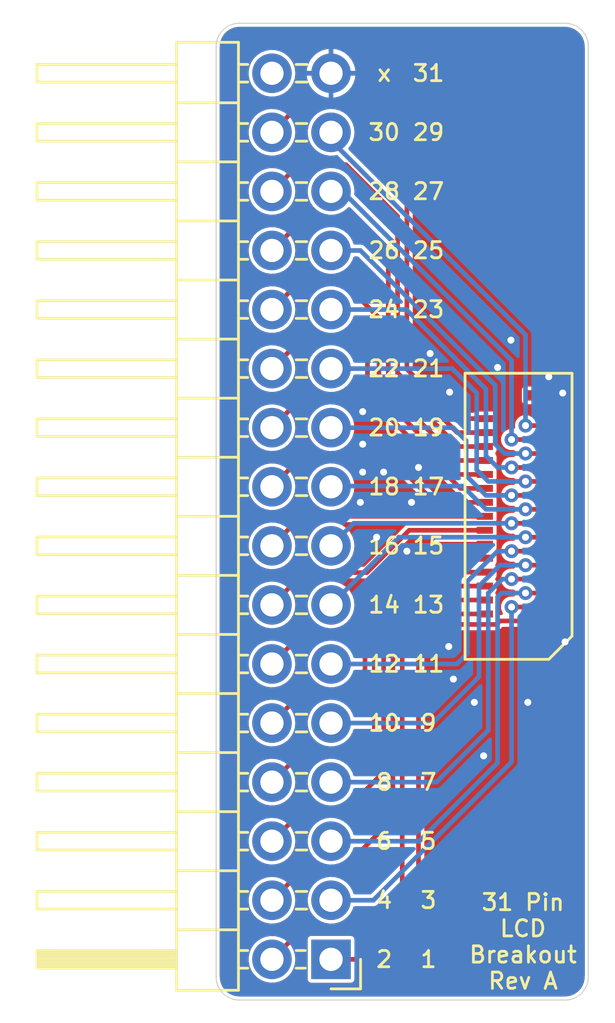
<source format=kicad_pcb>
(kicad_pcb (version 20210126) (generator pcbnew)
  (layers (0 "F.Cu" signal) (31 "B.Cu" signal) (34 "B.Paste" user) (35 "F.Paste" user) (36 "B.SilkS" user "B.Silkscreen") (37 "F.SilkS" user "F.Silkscreen") (38 "B.Mask" user) (39 "F.Mask" user) (44 "Edge.Cuts" user))
  (net 0 "")
  (net 1 "no_connect_32")
  (net 2 "/LCD_PIN31")
  (net 3 "/LCD_PIN30")
  (net 4 "/LCD_PIN29")
  (net 5 "/LCD_PIN28")
  (net 6 "/LCD_PIN27")
  (net 7 "/LCD_PIN26")
  (net 8 "/LCD_PIN25")
  (net 9 "/LCD_PIN24")
  (net 10 "/LCD_PIN23")
  (net 11 "/LCD_PIN22")
  (net 12 "/LCD_PIN21")
  (net 13 "/LCD_PIN20")
  (net 14 "/LCD_PIN19")
  (net 15 "/LCD_PIN18")
  (net 16 "/LCD_PIN17")
  (net 17 "/LCD_PIN16")
  (net 18 "/LCD_PIN15")
  (net 19 "/LCD_PIN14")
  (net 20 "/LCD_PIN13")
  (net 21 "/LCD_PIN12")
  (net 22 "/LCD_PIN11")
  (net 23 "/LCD_PIN10")
  (net 24 "/LCD_PIN9")
  (net 25 "/LCD_PIN8")
  (net 26 "/LCD_PIN7")
  (net 27 "/LCD_PIN6")
  (net 28 "/LCD_PIN5")
  (net 29 "/LCD_PIN4")
  (net 30 "/LCD_PIN3")
  (net 31 "/LCD_PIN2")
  (net 32 "/LCD_PIN1")
  (footprint "Connector_PinHeader_2.54mm:PinHeader_2x16_P2.54mm_Horizontal" (layer "F.Cu") (at 146.939 95.25 180)
    (fp_text reference "J1" hide)
    (fp_text value "Conn_02x16_Odd_Even")
    (fp_line (start 3.582929 22.48) (end 3.98 22.48) (layer "F.SilkS") (width 0.12))
    (fp_line (start 1.11 0.38) (end 1.497071 0.38) (layer "F.SilkS") (width 0.12))
    (fp_line (start 1.042929 33.4) (end 1.497071 33.4) (layer "F.SilkS") (width 0.12))
    (fp_line (start 6.64 30.1) (end 12.64 30.1) (layer "F.SilkS") (width 0.12))
    (fp_line (start 1.042929 22.48) (end 1.497071 22.48) (layer "F.SilkS") (width 0.12))
    (fp_line (start 3.582929 27.56) (end 3.98 27.56) (layer "F.SilkS") (width 0.12))
    (fp_line (start 3.582929 23.24) (end 3.98 23.24) (layer "F.SilkS") (width 0.12))
    (fp_line (start 3.582929 7.24) (end 3.98 7.24) (layer "F.SilkS") (width 0.12))
    (fp_line (start 1.042929 28.32) (end 1.497071 28.32) (layer "F.SilkS") (width 0.12))
    (fp_line (start 12.64 7.24) (end 12.64 8) (layer "F.SilkS") (width 0.12))
    (fp_line (start 1.042929 32.64) (end 1.497071 32.64) (layer "F.SilkS") (width 0.12))
    (fp_line (start 6.64 22.48) (end 12.64 22.48) (layer "F.SilkS") (width 0.12))
    (fp_line (start 3.582929 12.32) (end 3.98 12.32) (layer "F.SilkS") (width 0.12))
    (fp_line (start 3.582929 25.78) (end 3.98 25.78) (layer "F.SilkS") (width 0.12))
    (fp_line (start 6.64 27.56) (end 12.64 27.56) (layer "F.SilkS") (width 0.12))
    (fp_line (start 12.64 2.16) (end 12.64 2.92) (layer "F.SilkS") (width 0.12))
    (fp_line (start 6.64 0.28) (end 12.64 0.28) (layer "F.SilkS") (width 0.12))
    (fp_line (start 1.042929 35.94) (end 1.497071 35.94) (layer "F.SilkS") (width 0.12))
    (fp_line (start 6.64 39.43) (end 6.64 -1.33) (layer "F.SilkS") (width 0.12))
    (fp_line (start 12.64 35.94) (end 6.64 35.94) (layer "F.SilkS") (width 0.12))
    (fp_line (start 3.98 13.97) (end 6.64 13.97) (layer "F.SilkS") (width 0.12))
    (fp_line (start 12.64 28.32) (end 6.64 28.32) (layer "F.SilkS") (width 0.12))
    (fp_line (start 3.582929 2.92) (end 3.98 2.92) (layer "F.SilkS") (width 0.12))
    (fp_line (start 12.64 2.92) (end 6.64 2.92) (layer "F.SilkS") (width 0.12))
    (fp_line (start 12.64 30.86) (end 6.64 30.86) (layer "F.SilkS") (width 0.12))
    (fp_line (start 12.64 38.48) (end 6.64 38.48) (layer "F.SilkS") (width 0.12))
    (fp_line (start 6.64 2.16) (end 12.64 2.16) (layer "F.SilkS") (width 0.12))
    (fp_line (start 1.042929 17.4) (end 1.497071 17.4) (layer "F.SilkS") (width 0.12))
    (fp_line (start 3.98 1.27) (end 6.64 1.27) (layer "F.SilkS") (width 0.12))
    (fp_line (start 12.64 25.02) (end 12.64 25.78) (layer "F.SilkS") (width 0.12))
    (fp_line (start 3.582929 35.18) (end 3.98 35.18) (layer "F.SilkS") (width 0.12))
    (fp_line (start 3.582929 32.64) (end 3.98 32.64) (layer "F.SilkS") (width 0.12))
    (fp_line (start 1.042929 38.48) (end 1.497071 38.48) (layer "F.SilkS") (width 0.12))
    (fp_line (start 3.582929 14.86) (end 3.98 14.86) (layer "F.SilkS") (width 0.12))
    (fp_line (start 3.582929 19.94) (end 3.98 19.94) (layer "F.SilkS") (width 0.12))
    (fp_line (start 3.98 39.43) (end 6.64 39.43) (layer "F.SilkS") (width 0.12))
    (fp_line (start 6.64 19.94) (end 12.64 19.94) (layer "F.SilkS") (width 0.12))
    (fp_line (start 1.042929 23.24) (end 1.497071 23.24) (layer "F.SilkS") (width 0.12))
    (fp_line (start 3.98 24.13) (end 6.64 24.13) (layer "F.SilkS") (width 0.12))
    (fp_line (start 1.11 -0.38) (end 1.497071 -0.38) (layer "F.SilkS") (width 0.12))
    (fp_line (start 12.64 35.18) (end 12.64 35.94) (layer "F.SilkS") (width 0.12))
    (fp_line (start 3.98 34.29) (end 6.64 34.29) (layer "F.SilkS") (width 0.12))
    (fp_line (start 3.582929 30.1) (end 3.98 30.1) (layer "F.SilkS") (width 0.12))
    (fp_line (start 3.98 3.81) (end 6.64 3.81) (layer "F.SilkS") (width 0.12))
    (fp_line (start 6.64 -0.08) (end 12.64 -0.08) (layer "F.SilkS") (width 0.12))
    (fp_line (start 3.582929 25.02) (end 3.98 25.02) (layer "F.SilkS") (width 0.12))
    (fp_line (start 3.582929 4.7) (end 3.98 4.7) (layer "F.SilkS") (width 0.12))
    (fp_line (start 12.64 5.46) (end 6.64 5.46) (layer "F.SilkS") (width 0.12))
    (fp_line (start 3.582929 38.48) (end 3.98 38.48) (layer "F.SilkS") (width 0.12))
    (fp_line (start 1.042929 9.78) (end 1.497071 9.78) (layer "F.SilkS") (width 0.12))
    (fp_line (start 12.64 0.38) (end 6.64 0.38) (layer "F.SilkS") (width 0.12))
    (fp_line (start 3.582929 15.62) (end 3.98 15.62) (layer "F.SilkS") (width 0.12))
    (fp_line (start 1.042929 13.08) (end 1.497071 13.08) (layer "F.SilkS") (width 0.12))
    (fp_line (start 12.64 19.94) (end 12.64 20.7) (layer "F.SilkS") (width 0.12))
    (fp_line (start 6.64 -1.33) (end 3.98 -1.33) (layer "F.SilkS") (width 0.12))
    (fp_line (start 3.98 36.83) (end 6.64 36.83) (layer "F.SilkS") (width 0.12))
    (fp_line (start 12.64 27.56) (end 12.64 28.32) (layer "F.SilkS") (width 0.12))
    (fp_line (start 3.98 16.51) (end 6.64 16.51) (layer "F.SilkS") (width 0.12))
    (fp_line (start 6.64 7.24) (end 12.64 7.24) (layer "F.SilkS") (width 0.12))
    (fp_line (start -1.27 0) (end -1.27 -1.27) (layer "F.SilkS") (width 0.12))
    (fp_line (start 6.64 4.7) (end 12.64 4.7) (layer "F.SilkS") (width 0.12))
    (fp_line (start 1.042929 8) (end 1.497071 8) (layer "F.SilkS") (width 0.12))
    (fp_line (start 12.64 -0.38) (end 12.64 0.38) (layer "F.SilkS") (width 0.12))
    (fp_line (start 6.64 32.64) (end 12.64 32.64) (layer "F.SilkS") (width 0.12))
    (fp_line (start 3.98 6.35) (end 6.64 6.35) (layer "F.SilkS") (width 0.12))
    (fp_line (start 1.042929 19.94) (end 1.497071 19.94) (layer "F.SilkS") (width 0.12))
    (fp_line (start 1.042929 30.1) (end 1.497071 30.1) (layer "F.SilkS") (width 0.12))
    (fp_line (start 12.64 4.7) (end 12.64 5.46) (layer "F.SilkS") (width 0.12))
    (fp_line (start 1.042929 10.54) (end 1.497071 10.54) (layer "F.SilkS") (width 0.12))
    (fp_line (start 6.64 17.4) (end 12.64 17.4) (layer "F.SilkS") (width 0.12))
    (fp_line (start -1.27 -1.27) (end 0 -1.27) (layer "F.SilkS") (width 0.12))
    (fp_line (start 3.98 -1.33) (end 3.98 39.43) (layer "F.SilkS") (width 0.12))
    (fp_line (start 12.64 13.08) (end 6.64 13.08) (layer "F.SilkS") (width 0.12))
    (fp_line (start 12.64 15.62) (end 6.64 15.62) (layer "F.SilkS") (width 0.12))
    (fp_line (start 3.98 31.75) (end 6.64 31.75) (layer "F.SilkS") (width 0.12))
    (fp_line (start 3.582929 28.32) (end 3.98 28.32) (layer "F.SilkS") (width 0.12))
    (fp_line (start 12.64 37.72) (end 12.64 38.48) (layer "F.SilkS") (width 0.12))
    (fp_line (start 12.64 18.16) (end 6.64 18.16) (layer "F.SilkS") (width 0.12))
    (fp_line (start 6.64 35.18) (end 12.64 35.18) (layer "F.SilkS") (width 0.12))
    (fp_line (start 1.042929 7.24) (end 1.497071 7.24) (layer "F.SilkS") (width 0.12))
    (fp_line (start 3.98 11.43) (end 6.64 11.43) (layer "F.SilkS") (width 0.12))
    (fp_line (start 6.64 0.16) (end 12.64 0.16) (layer "F.SilkS") (width 0.12))
    (fp_line (start 1.042929 27.56) (end 1.497071 27.56) (layer "F.SilkS") (width 0.12))
    (fp_line (start 12.64 14.86) (end 12.64 15.62) (layer "F.SilkS") (width 0.12))
    (fp_line (start 12.64 22.48) (end 12.64 23.24) (layer "F.SilkS") (width 0.12))
    (fp_line (start 3.582929 33.4) (end 3.98 33.4) (layer "F.SilkS") (width 0.12))
    (fp_line (start 3.582929 5.46) (end 3.98 5.46) (layer "F.SilkS") (width 0.12))
    (fp_line (start 3.98 19.05) (end 6.64 19.05) (layer "F.SilkS") (width 0.12))
    (fp_line (start 3.98 26.67) (end 6.64 26.67) (layer "F.SilkS") (width 0.12))
    (fp_line (start 1.042929 4.7) (end 1.497071 4.7) (layer "F.SilkS") (width 0.12))
    (fp_line (start 12.64 12.32) (end 12.64 13.08) (layer "F.SilkS") (width 0.12))
    (fp_line (start 12.64 23.24) (end 6.64 23.24) (layer "F.SilkS") (width 0.12))
    (fp_line (start 1.042929 14.86) (end 1.497071 14.86) (layer "F.SilkS") (width 0.12))
    (fp_line (start 3.582929 20.7) (end 3.98 20.7) (layer "F.SilkS") (width 0.12))
    (fp_line (start 1.042929 15.62) (end 1.497071 15.62) (layer "F.SilkS") (width 0.12))
    (fp_line (start 1.042929 20.7) (end 1.497071 20.7) (layer "F.SilkS") (width 0.12))
    (fp_line (start 12.64 17.4) (end 12.64 18.16) (layer "F.SilkS") (width 0.12))
    (fp_line (start 1.042929 37.72) (end 1.497071 37.72) (layer "F.SilkS") (width 0.12))
    (fp_line (start 12.64 25.78) (end 6.64 25.78) (layer "F.SilkS") (width 0.12))
    (fp_line (start 6.64 12.32) (end 12.64 12.32) (layer "F.SilkS") (width 0.12))
    (fp_line (start 3.582929 17.4) (end 3.98 17.4) (layer "F.SilkS") (width 0.12))
    (fp_line (start 12.64 33.4) (end 6.64 33.4) (layer "F.SilkS") (width 0.12))
    (fp_line (start 1.042929 5.46) (end 1.497071 5.46) (layer "F.SilkS") (width 0.12))
    (fp_line (start 6.64 -0.32) (end 12.64 -0.32) (layer "F.SilkS") (width 0.12))
    (fp_line (start 3.582929 9.78) (end 3.98 9.78) (layer "F.SilkS") (width 0.12))
    (fp_line (start 3.582929 13.08) (end 3.98 13.08) (layer "F.SilkS") (width 0.12))
    (fp_line (start 3.582929 2.16) (end 3.98 2.16) (layer "F.SilkS") (width 0.12))
    (fp_line (start 3.582929 8) (end 3.98 8) (layer "F.SilkS") (width 0.12))
    (fp_line (start 3.582929 37.72) (end 3.98 37.72) (layer "F.SilkS") (width 0.12))
    (fp_line (start 1.042929 25.78) (end 1.497071 25.78) (layer "F.SilkS") (width 0.12))
    (fp_line (start 6.64 -0.2) (end 12.64 -0.2) (layer "F.SilkS") (width 0.12))
    (fp_line (start 12.64 30.1) (end 12.64 30.86) (layer "F.SilkS") (width 0.12))
    (fp_line (start 3.582929 0.38) (end 3.98 0.38) (layer "F.SilkS") (width 0.12))
    (fp_line (start 1.042929 2.16) (end 1.497071 2.16) (layer "F.SilkS") (width 0.12))
    (fp_line (start 1.042929 18.16) (end 1.497071 18.16) (layer "F.SilkS") (width 0.12))
    (fp_line (start 6.64 25.02) (end 12.64 25.02) (layer "F.SilkS") (width 0.12))
    (fp_line (start 6.64 14.86) (end 12.64 14.86) (layer "F.SilkS") (width 0.12))
    (fp_line (start 12.64 8) (end 6.64 8) (layer "F.SilkS") (width 0.12))
    (fp_line (start 1.042929 35.18) (end 1.497071 35.18) (layer "F.SilkS") (width 0.12))
    (fp_line (start 3.98 29.21) (end 6.64 29.21) (layer "F.SilkS") (width 0.12))
    (fp_line (start 1.042929 2.92) (end 1.497071 2.92) (layer "F.SilkS") (width 0.12))
    (fp_line (start 3.98 21.59) (end 6.64 21.59) (layer "F.SilkS") (width 0.12))
    (fp_line (start 3.582929 -0.38) (end 3.98 -0.38) (layer "F.SilkS") (width 0.12))
    (fp_line (start 3.582929 10.54) (end 3.98 10.54) (layer "F.SilkS") (width 0.12))
    (fp_line (start 3.582929 18.16) (end 3.98 18.16) (layer "F.SilkS") (width 0.12))
    (fp_line (start 6.64 37.72) (end 12.64 37.72) (layer "F.SilkS") (width 0.12))
    (fp_line (start 12.64 20.7) (end 6.64 20.7) (layer "F.SilkS") (width 0.12))
    (fp_line (start 1.042929 30.86) (end 1.497071 30.86) (layer "F.SilkS") (width 0.12))
    (fp_line (start 6.64 -0.38) (end 12.64 -0.38) (layer "F.SilkS") (width 0.12))
    (fp_line (start 3.98 8.89) (end 6.64 8.89) (layer "F.SilkS") (width 0.12))
    (fp_line (start 3.582929 35.94) (end 3.98 35.94) (layer "F.SilkS") (width 0.12))
    (fp_line (start 6.64 9.78) (end 12.64 9.78) (layer "F.SilkS") (width 0.12))
    (fp_line (start 12.64 32.64) (end 12.64 33.4) (layer "F.SilkS") (width 0.12))
    (fp_line (start 1.042929 25.02) (end 1.497071 25.02) (layer "F.SilkS") (width 0.12))
    (fp_line (start 6.64 0.04) (end 12.64 0.04) (layer "F.SilkS") (width 0.12))
    (fp_line (start 12.64 9.78) (end 12.64 10.54) (layer "F.SilkS") (width 0.12))
    (fp_line (start 12.64 10.54) (end 6.64 10.54) (layer "F.SilkS") (width 0.12))
    (fp_line (start 1.042929 12.32) (end 1.497071 12.32) (layer "F.SilkS") (width 0.12))
    (fp_line (start 3.582929 30.86) (end 3.98 30.86) (layer "F.SilkS") (width 0.12))
    (pad "1" thru_hole rect (at 0 0 180) (size 1.7 1.7) (drill 1) (layers *.Cu *.Mask) (net 32 "/LCD_PIN1"))
    (pad "2" thru_hole oval (at 2.54 0 180) (size 1.7 1.7) (drill 1) (layers *.Cu *.Mask) (net 31 "/LCD_PIN2"))
    (pad "3" thru_hole oval (at 0 2.54 180) (size 1.7 1.7) (drill 1) (layers *.Cu *.Mask) (net 30 "/LCD_PIN3"))
    (pad "4" thru_hole oval (at 2.54 2.54 180) (size 1.7 1.7) (drill 1) (layers *.Cu *.Mask) (net 29 "/LCD_PIN4"))
    (pad "5" thru_hole oval (at 0 5.08 180) (size 1.7 1.7) (drill 1) (layers *.Cu *.Mask) (net 28 "/LCD_PIN5"))
    (pad "6" thru_hole oval (at 2.54 5.08 180) (size 1.7 1.7) (drill 1) (layers *.Cu *.Mask) (net 27 "/LCD_PIN6"))
    (pad "7" thru_hole oval (at 0 7.62 180) (size 1.7 1.7) (drill 1) (layers *.Cu *.Mask) (net 26 "/LCD_PIN7"))
    (pad "8" thru_hole oval (at 2.54 7.62 180) (size 1.7 1.7) (drill 1) (layers *.Cu *.Mask) (net 25 "/LCD_PIN8"))
    (pad "9" thru_hole oval (at 0 10.16 180) (size 1.7 1.7) (drill 1) (layers *.Cu *.Mask) (net 24 "/LCD_PIN9"))
    (pad "10" thru_hole oval (at 2.54 10.16 180) (size 1.7 1.7) (drill 1) (layers *.Cu *.Mask) (net 23 "/LCD_PIN10"))
    (pad "11" thru_hole oval (at 0 12.7 180) (size 1.7 1.7) (drill 1) (layers *.Cu *.Mask) (net 22 "/LCD_PIN11"))
    (pad "12" thru_hole oval (at 2.54 12.7 180) (size 1.7 1.7) (drill 1) (layers *.Cu *.Mask) (net 21 "/LCD_PIN12"))
    (pad "13" thru_hole oval (at 0 15.24 180) (size 1.7 1.7) (drill 1) (layers *.Cu *.Mask) (net 20 "/LCD_PIN13"))
    (pad "14" thru_hole oval (at 2.54 15.24 180) (size 1.7 1.7) (drill 1) (layers *.Cu *.Mask) (net 19 "/LCD_PIN14"))
    (pad "15" thru_hole oval (at 0 17.78 180) (size 1.7 1.7) (drill 1) (layers *.Cu *.Mask) (net 18 "/LCD_PIN15"))
    (pad "16" thru_hole oval (at 2.54 17.78 180) (size 1.7 1.7) (drill 1) (layers *.Cu *.Mask) (net 17 "/LCD_PIN16"))
    (pad "17" thru_hole oval (at 0 20.32 180) (size 1.7 1.7) (drill 1) (layers *.Cu *.Mask) (net 16 "/LCD_PIN17"))
    (pad "18" thru_hole oval (at 2.54 20.32 180) (size 1.7 1.7) (drill 1) (layers *.Cu *.Mask) (net 15 "/LCD_PIN18"))
    (pad "19" thru_hole oval (at 0 22.86 180) (size 1.7 1.7) (drill 1) (layers *.Cu *.Mask) (net 14 "/LCD_PIN19"))
    (pad "20" thru_hole oval (at 2.54 22.86 180) (size 1.7 1.7) (drill 1) (layers *.Cu *.Mask) (net 13 "/LCD_PIN20"))
    (pad "21" thru_hole oval (at 0 25.4 180) (size 1.7 1.7) (drill 1) (layers *.Cu *.Mask) (net 12 "/LCD_PIN21"))
    (pad "22" thru_hole oval (at 2.54 25.4 180) (size 1.7 1.7) (drill 1) (layers *.Cu *.Mask) (net 11 "/LCD_PIN22"))
    (pad "23" thru_hole oval (at 0 27.94 180) (size 1.7 1.7) (drill 1) (layers *.Cu *.Mask) (net 10 "/LCD_PIN23"))
    (pad "24" thru_hole oval (at 2.54 27.94 180) (size 1.7 1.7) (drill 1) (layers *.Cu *.Mask) (net 9 "/LCD_PIN24"))
    (pad "25" thru_hole oval (at 0 30.48 180) (size 1.7 1.7) (drill 1) (layers *.Cu *.Mask) (net 8 "/LCD_PIN25"))
    (pad "26" thru_hole oval (at 2.54 30.48 180) (size 1.7 1.7) (drill 1) (layers *.Cu *.Mask) (net 7 "/LCD_PIN26"))
    (pad "27" thru_hole oval (at 0 33.02 180) (size 1.7 1.7) (drill 1) (layers *.Cu *.Mask) (net 6 "/LCD_PIN27"))
    (pad "28" thru_hole oval (at 2.54 33.02 180) (size 1.7 1.7) (drill 1) (layers *.Cu *.Mask) (net 5 "/LCD_PIN28"))
    (pad "29" thru_hole oval (at 0 35.56 180) (size 1.7 1.7) (drill 1) (layers *.Cu *.Mask) (net 4 "/LCD_PIN29"))
    (pad "30" thru_hole oval (at 2.54 35.56 180) (size 1.7 1.7) (drill 1) (layers *.Cu *.Mask) (net 3 "/LCD_PIN30"))
    (pad "31" thru_hole oval (at 0 38.1 180) (size 1.7 1.7) (drill 1) (layers *.Cu *.Mask) (net 2 "/LCD_PIN31"))
    (pad "32" thru_hole oval (at 2.54 38.1 180) (size 1.7 1.7) (drill 1) (layers *.Cu *.Mask) (net 1 "no_connect_32"))
  )
  (footprint "31pin:FH35C-31S-0.3SHW" (layer "F.Cu") (at 155 76.2 90)
    (fp_text reference "J2" hide)
    (fp_text value "FH35C-31S-0.3SHW")
    (fp_line (start -6.15 -2.3) (end 6.15 -2.3) (layer "F.SilkS") (width 0.12))
    (fp_line (start 6.15 -2.3) (end 6.15 2.3) (layer "F.SilkS") (width 0.12))
    (fp_line (start -5.15 2.3) (end -6.15 1.3) (layer "F.SilkS") (width 0.12))
    (fp_line (start 6.15 2.3) (end -5.15 2.3) (layer "F.SilkS") (width 0.12))
    (fp_line (start -6.15 1.3) (end -6.15 -2.3) (layer "F.SilkS") (width 0.12))
    (pad "1" smd rect (at -4.5 1.45 90) (size 0.3 0.7) (layers "F.Cu" "F.Paste" "F.Mask") (net 32 "/LCD_PIN1"))
    (pad "2" smd rect (at -4.2 -1.45 90) (size 0.3 0.7) (layers "F.Cu" "F.Paste" "F.Mask") (net 31 "/LCD_PIN2"))
    (pad "3" smd rect (at -3.9 1.45 90) (size 0.3 0.7) (layers "F.Cu" "F.Paste" "F.Mask") (net 30 "/LCD_PIN3"))
    (pad "4" smd rect (at -3.6 -1.45 90) (size 0.3 0.7) (layers "F.Cu" "F.Paste" "F.Mask") (net 29 "/LCD_PIN4"))
    (pad "5" smd rect (at -3.3 1.45 90) (size 0.3 0.7) (layers "F.Cu" "F.Paste" "F.Mask") (net 28 "/LCD_PIN5"))
    (pad "6" smd rect (at -3 -1.45 90) (size 0.3 0.7) (layers "F.Cu" "F.Paste" "F.Mask") (net 27 "/LCD_PIN6"))
    (pad "7" smd rect (at -2.7 1.45 90) (size 0.3 0.7) (layers "F.Cu" "F.Paste" "F.Mask") (net 26 "/LCD_PIN7"))
    (pad "8" smd rect (at -2.4 -1.45 90) (size 0.3 0.7) (layers "F.Cu" "F.Paste" "F.Mask") (net 25 "/LCD_PIN8"))
    (pad "9" smd rect (at -2.1 1.45 90) (size 0.3 0.7) (layers "F.Cu" "F.Paste" "F.Mask") (net 24 "/LCD_PIN9"))
    (pad "10" smd rect (at -1.8 -1.45 90) (size 0.3 0.7) (layers "F.Cu" "F.Paste" "F.Mask") (net 23 "/LCD_PIN10"))
    (pad "11" smd rect (at -1.5 1.45 90) (size 0.3 0.7) (layers "F.Cu" "F.Paste" "F.Mask") (net 22 "/LCD_PIN11"))
    (pad "12" smd rect (at -1.2 -1.45 90) (size 0.3 0.7) (layers "F.Cu" "F.Paste" "F.Mask") (net 21 "/LCD_PIN12"))
    (pad "13" smd rect (at -0.9 1.45 90) (size 0.3 0.7) (layers "F.Cu" "F.Paste" "F.Mask") (net 20 "/LCD_PIN13"))
    (pad "14" smd rect (at -0.6 -1.45 90) (size 0.3 0.7) (layers "F.Cu" "F.Paste" "F.Mask") (net 19 "/LCD_PIN14"))
    (pad "15" smd rect (at -0.3 1.45 90) (size 0.3 0.7) (layers "F.Cu" "F.Paste" "F.Mask") (net 18 "/LCD_PIN15"))
    (pad "16" smd rect (at 0 -1.45 90) (size 0.3 0.7) (layers "F.Cu" "F.Paste" "F.Mask") (net 17 "/LCD_PIN16"))
    (pad "17" smd rect (at 0.3 1.45 90) (size 0.3 0.7) (layers "F.Cu" "F.Paste" "F.Mask") (net 16 "/LCD_PIN17"))
    (pad "18" smd rect (at 0.6 -1.45 90) (size 0.3 0.7) (layers "F.Cu" "F.Paste" "F.Mask") (net 15 "/LCD_PIN18"))
    (pad "19" smd rect (at 0.9 1.45 90) (size 0.3 0.7) (layers "F.Cu" "F.Paste" "F.Mask") (net 14 "/LCD_PIN19"))
    (pad "20" smd rect (at 1.2 -1.45 90) (size 0.3 0.7) (layers "F.Cu" "F.Paste" "F.Mask") (net 13 "/LCD_PIN20"))
    (pad "21" smd rect (at 1.5 1.45 90) (size 0.3 0.7) (layers "F.Cu" "F.Paste" "F.Mask") (net 12 "/LCD_PIN21"))
    (pad "22" smd rect (at 1.8 -1.45 90) (size 0.3 0.7) (layers "F.Cu" "F.Paste" "F.Mask") (net 11 "/LCD_PIN22"))
    (pad "23" smd rect (at 2.1 1.45 90) (size 0.3 0.7) (layers "F.Cu" "F.Paste" "F.Mask") (net 10 "/LCD_PIN23"))
    (pad "24" smd rect (at 2.4 -1.45 90) (size 0.3 0.7) (layers "F.Cu" "F.Paste" "F.Mask") (net 9 "/LCD_PIN24"))
    (pad "25" smd rect (at 2.7 1.45 90) (size 0.3 0.7) (layers "F.Cu" "F.Paste" "F.Mask") (net 8 "/LCD_PIN25"))
    (pad "26" smd rect (at 3 -1.45 90) (size 0.3 0.7) (layers "F.Cu" "F.Paste" "F.Mask") (net 7 "/LCD_PIN26"))
    (pad "27" smd rect (at 3.3 1.45 90) (size 0.3 0.7) (layers "F.Cu" "F.Paste" "F.Mask") (net 6 "/LCD_PIN27"))
    (pad "28" smd rect (at 3.6 -1.45 90) (size 0.3 0.7) (layers "F.Cu" "F.Paste" "F.Mask") (net 5 "/LCD_PIN28"))
    (pad "29" smd rect (at 3.9 1.45 90) (size 0.3 0.7) (layers "F.Cu" "F.Paste" "F.Mask") (net 4 "/LCD_PIN29"))
    (pad "30" smd rect (at 4.2 -1.45 90) (size 0.3 0.7) (layers "F.Cu" "F.Paste" "F.Mask") (net 3 "/LCD_PIN30"))
    (pad "31" smd rect (at 4.5 1.45 90) (size 0.3 0.7) (layers "F.Cu" "F.Paste" "F.Mask") (net 2 "/LCD_PIN31"))
    (pad "~" smd rect (at 5.2 0.775 90) (size 0.45 0.95) (layers "F.Cu" "F.Paste" "F.Mask"))
    (pad "~" smd rect (at -5.2 0.775 90) (size 0.45 0.95) (layers "F.Cu" "F.Paste" "F.Mask"))
  )
  (gr_arc (start 143 56) (end 143 55) (angle -90) (layer "Edge.Cuts") (width 0.05))
  (gr_line (start 142 96) (end 142 56) (layer "Edge.Cuts") (width 0.05))
  (gr_arc (start 157.000003 96) (end 157 97) (angle -90) (layer "Edge.Cuts") (width 0.05))
  (gr_arc (start 143 96) (end 142 96) (angle -90) (layer "Edge.Cuts") (width 0.05))
  (gr_line (start 143 55) (end 157 55) (layer "Edge.Cuts") (width 0.05))
  (gr_arc (start 157 56) (end 158 56) (angle -90) (layer "Edge.Cuts") (width 0.05))
  (gr_line (start 158 56) (end 158 96) (layer "Edge.Cuts") (width 0.05))
  (gr_line (start 157 97) (end 143 97) (layer "Edge.Cuts") (width 0.05))
  (gr_text "26" (at 149.225 64.77) (layer "F.SilkS") (effects (font (size 0.7 0.7) (thickness 0.12))))
  (gr_text "2" (at 149.225 95.25) (layer "F.SilkS") (effects (font (size 0.7 0.7) (thickness 0.12))))
  (gr_text "4" (at 149.225 92.71) (layer "F.SilkS") (effects (font (size 0.7 0.7) (thickness 0.12))))
  (gr_text "10" (at 149.225 85.09) (layer "F.SilkS") (effects (font (size 0.7 0.7) (thickness 0.12))))
  (gr_text "24" (at 149.225 67.31) (layer "F.SilkS") (effects (font (size 0.7 0.7) (thickness 0.12))))
  (gr_text "29" (at 151.13 59.69) (layer "F.SilkS") (effects (font (size 0.7 0.7) (thickness 0.12))))
  (gr_text "8" (at 149.225 87.63) (layer "F.SilkS") (effects (font (size 0.7 0.7) (thickness 0.12))))
  (gr_text "6" (at 149.225 90.17) (layer "F.SilkS") (effects (font (size 0.7 0.7) (thickness 0.12))))
  (gr_text "11" (at 151.13 82.55) (layer "F.SilkS") (effects (font (size 0.7 0.7) (thickness 0.12))))
  (gr_text "16" (at 149.225 77.47) (layer "F.SilkS") (effects (font (size 0.7 0.7) (thickness 0.12))))
  (gr_text "14" (at 149.225 80.01) (layer "F.SilkS") (effects (font (size 0.7 0.7) (thickness 0.12))))
  (gr_text "22" (at 149.225 69.85) (layer "F.SilkS") (effects (font (size 0.7 0.7) (thickness 0.12))))
  (gr_text "13" (at 151.13 80.01) (layer "F.SilkS") (effects (font (size 0.7 0.7) (thickness 0.12))))
  (gr_text "20" (at 149.225 72.39) (layer "F.SilkS") (effects (font (size 0.7 0.7) (thickness 0.12))))
  (gr_text "9" (at 151.13 85.09) (layer "F.SilkS") (effects (font (size 0.7 0.7) (thickness 0.12))))
  (gr_text "27" (at 151.13 62.23) (layer "F.SilkS") (effects (font (size 0.7 0.7) (thickness 0.12))))
  (gr_text "15" (at 151.13 77.47) (layer "F.SilkS") (effects (font (size 0.7 0.7) (thickness 0.12))))
  (gr_text "25" (at 151.13 64.77) (layer "F.SilkS") (effects (font (size 0.7 0.7) (thickness 0.12))))
  (gr_text "3" (at 151.13 92.71) (layer "F.SilkS") (effects (font (size 0.7 0.7) (thickness 0.12))))
  (gr_text "17" (at 151.13 74.93) (layer "F.SilkS") (effects (font (size 0.7 0.7) (thickness 0.12))))
  (gr_text "31" (at 151.13 57.15) (layer "F.SilkS") (effects (font (size 0.7 0.7) (thickness 0.12))))
  (gr_text "7" (at 151.13 87.63) (layer "F.SilkS") (effects (font (size 0.7 0.7) (thickness 0.12))))
  (gr_text "28" (at 149.225 62.23) (layer "F.SilkS") (effects (font (size 0.7 0.7) (thickness 0.12))))
  (gr_text "1" (at 151.13 95.25) (layer "F.SilkS") (effects (font (size 0.7 0.7) (thickness 0.12))))
  (gr_text "5" (at 151.13 90.17) (layer "F.SilkS") (effects (font (size 0.7 0.7) (thickness 0.12))))
  (gr_text "18" (at 149.225 74.93) (layer "F.SilkS") (effects (font (size 0.7 0.7) (thickness 0.12))))
  (gr_text "23" (at 151.13 67.31) (layer "F.SilkS") (effects (font (size 0.7 0.7) (thickness 0.12))))
  (gr_text "12" (at 149.225 82.55) (layer "F.SilkS") (effects (font (size 0.7 0.7) (thickness 0.12))))
  (gr_text "31 Pin\nLCD\nBreakout\nRev A" (at 155.194 94.488) (layer "F.SilkS") (effects (font (size 0.7 0.7) (thickness 0.12))))
  (gr_text "x" (at 149.225 57.15) (layer "F.SilkS") (effects (font (size 0.7 0.7) (thickness 0.12))))
  (gr_text "21" (at 151.13 69.85) (layer "F.SilkS") (effects (font (size 0.7 0.7) (thickness 0.12))))
  (gr_text "30" (at 149.225 59.69) (layer "F.SilkS") (effects (font (size 0.7 0.7) (thickness 0.12))))
  (gr_text "19" (at 151.13 72.39) (layer "F.SilkS") (effects (font (size 0.7 0.7) (thickness 0.12))))
  (via (at 153.1 84.2) (size 0.6) (drill 0.3) (layers "F.Cu" "B.Cu") (net 2))
  (via (at 148.3 71.7) (size 0.6) (drill 0.3) (layers "F.Cu" "B.Cu") (net 2))
  (via (at 150.4 75.6) (size 0.6) (drill 0.3) (layers "F.Cu" "B.Cu") (net 2))
  (via (at 150.7 74.1) (size 0.6) (drill 0.3) (layers "F.Cu" "B.Cu") (net 2))
  (via (at 152 81.8) (size 0.6) (drill 0.3) (layers "F.Cu" "B.Cu") (net 2))
  (via (at 152.2 83.2) (size 0.6) (drill 0.3) (layers "F.Cu" "B.Cu") (net 2))
  (via (at 154.674272 68.625728) (size 0.6) (drill 0.3) (layers "F.Cu" "B.Cu") (net 2))
  (via (at 153.5 86.5) (size 0.6) (drill 0.3) (layers "F.Cu" "B.Cu") (net 2))
  (via (at 151.2 69.2) (size 0.6) (drill 0.3) (layers "F.Cu" "B.Cu") (net 2))
  (via (at 156.9 70.9) (size 0.6) (drill 0.3) (layers "F.Cu" "B.Cu") (net 2))
  (via (at 148.2 75.6) (size 0.6) (drill 0.3) (layers "F.Cu" "B.Cu") (net 2))
  (via (at 156.3 70.2) (size 0.6) (drill 0.3) (layers "F.Cu" "B.Cu") (net 2))
  (via (at 148.3 74.3) (size 0.6) (drill 0.3) (layers "F.Cu" "B.Cu") (net 2))
  (via (at 148.3 73.1) (size 0.6) (drill 0.3) (layers "F.Cu" "B.Cu") (net 2))
  (via (at 157 81.6) (size 0.6) (drill 0.3) (layers "F.Cu" "B.Cu") (net 2))
  (via (at 149.2 74.3) (size 0.6) (drill 0.3) (layers "F.Cu" "B.Cu") (net 2))
  (via (at 150.2 77.7) (size 0.6) (drill 0.3) (layers "F.Cu" "B.Cu") (net 2))
  (via (at 152.038522 70.861478) (size 0.6) (drill 0.3) (layers "F.Cu" "B.Cu") (net 2))
  (via (at 148.9 77.1) (size 0.6) (drill 0.3) (layers "F.Cu" "B.Cu") (net 2))
  (via (at 155.4 84.2) (size 0.6) (drill 0.3) (layers "F.Cu" "B.Cu") (net 2))
  (via (at 154.1 69.8) (size 0.6) (drill 0.3) (layers "F.Cu" "B.Cu") (net 2))
  (segment (start 145.788989 58.300011) (end 144.399 59.69) (width 0.2) (layer "F.Cu") (net 3))
  (segment (start 147.251028 58.300011) (end 145.788989 58.300011) (width 0.2) (layer "F.Cu") (net 3))
  (segment (start 150.2 69.8715) (end 150.2 61.248983) (width 0.2) (layer "F.Cu") (net 3))
  (segment (start 152.3285 72) (end 150.2 69.8715) (width 0.2) (layer "F.Cu") (net 3))
  (segment (start 150.2 61.248983) (end 147.251028 58.300011) (width 0.2) (layer "F.Cu") (net 3))
  (segment (start 153.55 72) (end 152.3285 72) (width 0.2) (layer "F.Cu") (net 3))
  (segment (start 156.45 72.3) (end 155.3 72.3) (width 0.2) (layer "F.Cu") (net 4))
  (via (at 155.3 72.3) (size 0.6) (drill 0.3) (layers "F.Cu" "B.Cu") (net 4))
  (segment (start 146.939 60.039) (end 146.939 59.69) (width 0.2) (layer "B.Cu") (net 4))
  (segment (start 155.3 68.4) (end 146.939 60.039) (width 0.2) (layer "B.Cu") (net 4))
  (segment (start 155.3 72.3) (end 155.3 68.4) (width 0.2) (layer "B.Cu") (net 4))
  (segment (start 147.579989 61.079989) (end 149.799989 63.299989) (width 0.2) (layer "F.Cu") (net 5))
  (segment (start 149.799989 63.299989) (end 149.799989 70.037189) (width 0.2) (layer "F.Cu") (net 5))
  (segment (start 149.799989 70.037189) (end 152.3628 72.6) (width 0.2) (layer "F.Cu") (net 5))
  (segment (start 145.549011 61.079989) (end 147.579989 61.079989) (width 0.2) (layer "F.Cu") (net 5))
  (segment (start 144.399 62.23) (end 145.549011 61.079989) (width 0.2) (layer "F.Cu") (net 5))
  (segment (start 152.3628 72.6) (end 153.55 72.6) (width 0.2) (layer "F.Cu") (net 5))
  (segment (start 156.45 72.9) (end 154.7 72.9) (width 0.2) (layer "F.Cu") (net 6))
  (via (at 154.7 72.9) (size 0.6) (drill 0.3) (layers "F.Cu" "B.Cu") (net 6))
  (segment (start 147.43 62.23) (end 146.939 62.23) (width 0.2) (layer "B.Cu") (net 6))
  (segment (start 154.7 69.5) (end 147.43 62.23) (width 0.2) (layer "B.Cu") (net 6))
  (segment (start 154.7 72.9) (end 154.7 69.5) (width 0.2) (layer "B.Cu") (net 6))
  (segment (start 144.399 64.77) (end 145.549011 63.619989) (width 0.2) (layer "F.Cu") (net 7))
  (segment (start 152.3971 73.2) (end 153.55 73.2) (width 0.2) (layer "F.Cu") (net 7))
  (segment (start 149.399978 64.899978) (end 149.399978 70.202878) (width 0.2) (layer "F.Cu") (net 7))
  (segment (start 149.399978 70.202878) (end 152.3971 73.2) (width 0.2) (layer "F.Cu") (net 7))
  (segment (start 148.119989 63.619989) (end 149.399978 64.899978) (width 0.2) (layer "F.Cu") (net 7))
  (segment (start 145.549011 63.619989) (end 148.119989 63.619989) (width 0.2) (layer "F.Cu") (net 7))
  (segment (start 156.45 73.5) (end 155.3 73.5) (width 0.2) (layer "F.Cu") (net 8))
  (via (at 155.3 73.5) (size 0.6) (drill 0.3) (layers "F.Cu" "B.Cu") (net 8))
  (segment (start 146.939 64.77) (end 148.2014 64.77) (width 0.2) (layer "B.Cu") (net 8))
  (segment (start 154.000022 73.100022) (end 154.4 73.5) (width 0.2) (layer "B.Cu") (net 8))
  (segment (start 154.000022 70.568622) (end 154.000022 73.100022) (width 0.2) (layer "B.Cu") (net 8))
  (segment (start 148.2014 64.77) (end 154.000022 70.568622) (width 0.2) (layer "B.Cu") (net 8))
  (segment (start 154.4 73.5) (end 155.3 73.5) (width 0.2) (layer "B.Cu") (net 8))
  (segment (start 152.4314 73.8) (end 153.55 73.8) (width 0.2) (layer "F.Cu") (net 9))
  (segment (start 147.494289 66.159989) (end 148.999967 67.665667) (width 0.2) (layer "F.Cu") (net 9))
  (segment (start 145.549011 66.159989) (end 147.494289 66.159989) (width 0.2) (layer "F.Cu") (net 9))
  (segment (start 144.399 67.31) (end 145.549011 66.159989) (width 0.2) (layer "F.Cu") (net 9))
  (segment (start 148.999967 70.368567) (end 152.4314 73.8) (width 0.2) (layer "F.Cu") (net 9))
  (segment (start 148.999967 67.665667) (end 148.999967 70.368567) (width 0.2) (layer "F.Cu") (net 9))
  (segment (start 156.45 74.1) (end 154.7 74.1) (width 0.2) (layer "F.Cu") (net 10))
  (via (at 154.7 74.1) (size 0.6) (drill 0.3) (layers "F.Cu" "B.Cu") (net 10))
  (segment (start 153.600011 73.600011) (end 153.600011 70.734311) (width 0.2) (layer "B.Cu") (net 10))
  (segment (start 154.1 74.1) (end 153.600011 73.600011) (width 0.2) (layer "B.Cu") (net 10))
  (segment (start 154.7 74.1) (end 154.1 74.1) (width 0.2) (layer "B.Cu") (net 10))
  (segment (start 153.600011 70.734311) (end 150.1757 67.31) (width 0.2) (layer "B.Cu") (net 10))
  (segment (start 150.1757 67.31) (end 146.939 67.31) (width 0.2) (layer "B.Cu") (net 10))
  (segment (start 148.505679 69.505679) (end 148.505679 70.439979) (width 0.2) (layer "F.Cu") (net 11))
  (segment (start 145.549011 68.699989) (end 147.699989 68.699989) (width 0.2) (layer "F.Cu") (net 11))
  (segment (start 144.399 69.85) (end 145.549011 68.699989) (width 0.2) (layer "F.Cu") (net 11))
  (segment (start 147.699989 68.699989) (end 148.505679 69.505679) (width 0.2) (layer "F.Cu") (net 11))
  (segment (start 148.505679 70.439979) (end 152.4657 74.4) (width 0.2) (layer "F.Cu") (net 11))
  (segment (start 152.4657 74.4) (end 153.55 74.4) (width 0.2) (layer "F.Cu") (net 11))
  (segment (start 156.45 74.7) (end 155.3 74.7) (width 0.2) (layer "F.Cu") (net 12))
  (via (at 155.3 74.7) (size 0.6) (drill 0.3) (layers "F.Cu" "B.Cu") (net 12))
  (segment (start 153.2 74.2) (end 153.7 74.7) (width 0.2) (layer "B.Cu") (net 12))
  (segment (start 152.15 69.85) (end 153.2 70.9) (width 0.2) (layer "B.Cu") (net 12))
  (segment (start 153.2 70.9) (end 153.2 74.2) (width 0.2) (layer "B.Cu") (net 12))
  (segment (start 153.7 74.7) (end 155.3 74.7) (width 0.2) (layer "B.Cu") (net 12))
  (segment (start 146.939 69.85) (end 152.15 69.85) (width 0.2) (layer "B.Cu") (net 12))
  (segment (start 145.689 71.1) (end 148.6 71.1) (width 0.2) (layer "F.Cu") (net 13))
  (segment (start 144.399 72.39) (end 145.689 71.1) (width 0.2) (layer "F.Cu") (net 13))
  (segment (start 152.5 75) (end 153.55 75) (width 0.2) (layer "F.Cu") (net 13))
  (segment (start 148.6 71.1) (end 152.5 75) (width 0.2) (layer "F.Cu") (net 13))
  (segment (start 156.45 75.3) (end 154.7 75.3) (width 0.2) (layer "F.Cu") (net 14))
  (via (at 154.7 75.3) (size 0.6) (drill 0.3) (layers "F.Cu" "B.Cu") (net 14))
  (segment (start 153.6 75.3) (end 154.7 75.3) (width 0.2) (layer "B.Cu") (net 14))
  (segment (start 146.939 72.39) (end 152.19 72.39) (width 0.2) (layer "B.Cu") (net 14))
  (segment (start 152.75 72.95) (end 152.75 74.45) (width 0.2) (layer "B.Cu") (net 14))
  (segment (start 152.19 72.39) (end 152.75 72.95) (width 0.2) (layer "B.Cu") (net 14))
  (segment (start 152.75 74.45) (end 153.6 75.3) (width 0.2) (layer "B.Cu") (net 14))
  (segment (start 151.4 75.6) (end 153.55 75.6) (width 0.2) (layer "F.Cu") (net 15))
  (segment (start 149.4 73.6) (end 151.4 75.6) (width 0.2) (layer "F.Cu") (net 15))
  (segment (start 145.729 73.6) (end 149.4 73.6) (width 0.2) (layer "F.Cu") (net 15))
  (segment (start 144.399 74.93) (end 145.729 73.6) (width 0.2) (layer "F.Cu") (net 15))
  (segment (start 156.45 75.9) (end 155.3 75.9) (width 0.2) (layer "F.Cu") (net 16))
  (via (at 155.3 75.9) (size 0.6) (drill 0.3) (layers "F.Cu" "B.Cu") (net 16))
  (segment (start 146.969 74.9) (end 152.6 74.9) (width 0.2) (layer "B.Cu") (net 16))
  (segment (start 146.939 74.93) (end 146.969 74.9) (width 0.2) (layer "B.Cu") (net 16))
  (segment (start 152.6 74.9) (end 153.6 75.9) (width 0.2) (layer "B.Cu") (net 16))
  (segment (start 153.6 75.9) (end 155.3 75.9) (width 0.2) (layer "B.Cu") (net 16))
  (segment (start 145.669 76.2) (end 153.55 76.2) (width 0.2) (layer "F.Cu") (net 17))
  (segment (start 144.399 77.47) (end 145.669 76.2) (width 0.2) (layer "F.Cu") (net 17))
  (segment (start 156.45 76.5) (end 154.7 76.5) (width 0.2) (layer "F.Cu") (net 18))
  (via (at 154.7 76.5) (size 0.6) (drill 0.3) (layers "F.Cu" "B.Cu") (net 18))
  (segment (start 147.909 76.5) (end 146.939 77.47) (width 0.2) (layer "B.Cu") (net 18))
  (segment (start 154.7 76.5) (end 147.909 76.5) (width 0.2) (layer "B.Cu") (net 18))
  (segment (start 150.3 76.8) (end 153.55 76.8) (width 0.2) (layer "F.Cu") (net 19))
  (segment (start 145.788989 78.620011) (end 148.479989 78.620011) (width 0.2) (layer "F.Cu") (net 19))
  (segment (start 144.399 80.01) (end 145.788989 78.620011) (width 0.2) (layer "F.Cu") (net 19))
  (segment (start 148.479989 78.620011) (end 150.3 76.8) (width 0.2) (layer "F.Cu") (net 19))
  (segment (start 156.45 77.1) (end 155.3 77.1) (width 0.2) (layer "F.Cu") (net 20))
  (via (at 155.3 77.1) (size 0.6) (drill 0.3) (layers "F.Cu" "B.Cu") (net 20))
  (segment (start 149.849 77.1) (end 155.3 77.1) (width 0.2) (layer "B.Cu") (net 20))
  (segment (start 146.939 80.01) (end 149.849 77.1) (width 0.2) (layer "B.Cu") (net 20))
  (segment (start 153.7 77.1) (end 155.3 77.1) (width 0.2) (layer "B.Cu") (net 20))
  (segment (start 144.399 82.55) (end 145.549011 81.399989) (width 0.2) (layer "F.Cu") (net 21))
  (segment (start 151.5715 77.4) (end 153.55 77.4) (width 0.2) (layer "F.Cu") (net 21))
  (segment (start 147.571511 81.399989) (end 151.5715 77.4) (width 0.2) (layer "F.Cu") (net 21))
  (segment (start 145.549011 81.399989) (end 147.571511 81.399989) (width 0.2) (layer "F.Cu") (net 21))
  (segment (start 156.45 77.7) (end 154.7 77.7) (width 0.2) (layer "F.Cu") (net 22))
  (via (at 154.7 77.7) (size 0.6) (drill 0.3) (layers "F.Cu" "B.Cu") (net 22))
  (segment (start 154.1 77.7) (end 154.7 77.7) (width 0.2) (layer "B.Cu") (net 22))
  (segment (start 152.8 82.1) (end 152.8 79) (width 0.2) (layer "B.Cu") (net 22))
  (segment (start 146.939 82.55) (end 152.35 82.55) (width 0.2) (layer "B.Cu") (net 22))
  (segment (start 152.35 82.55) (end 152.8 82.1) (width 0.2) (layer "B.Cu") (net 22))
  (segment (start 152.8 79) (end 154.1 77.7) (width 0.2) (layer "B.Cu") (net 22))
  (segment (start 147.272891 83.939989) (end 148.399958 82.812922) (width 0.2) (layer "F.Cu") (net 23))
  (segment (start 151.5372 78) (end 153.55 78) (width 0.2) (layer "F.Cu") (net 23))
  (segment (start 145.549011 83.939989) (end 147.272891 83.939989) (width 0.2) (layer "F.Cu") (net 23))
  (segment (start 148.399958 82.812922) (end 148.39996 81.13724) (width 0.2) (layer "F.Cu") (net 23))
  (segment (start 148.39996 81.13724) (end 151.5372 78) (width 0.2) (layer "F.Cu") (net 23))
  (segment (start 144.399 85.09) (end 145.549011 83.939989) (width 0.2) (layer "F.Cu") (net 23))
  (segment (start 156.45 78.3) (end 155.3 78.3) (width 0.2) (layer "F.Cu") (net 24))
  (via (at 155.3 78.3) (size 0.6) (drill 0.3) (layers "F.Cu" "B.Cu") (net 24))
  (segment (start 153.3 83.1) (end 153.3 79.2) (width 0.2) (layer "B.Cu") (net 24))
  (segment (start 153.3 79.2) (end 154.2 78.3) (width 0.2) (layer "B.Cu") (net 24))
  (segment (start 154.2 78.3) (end 155.3 78.3) (width 0.2) (layer "B.Cu") (net 24))
  (segment (start 151.31 85.09) (end 153.3 83.1) (width 0.2) (layer "B.Cu") (net 24))
  (segment (start 146.939 85.09) (end 151.31 85.09) (width 0.2) (layer "B.Cu") (net 24))
  (segment (start 148.559989 86.240011) (end 148.799967 86.000033) (width 0.2) (layer "F.Cu") (net 25))
  (segment (start 151.5029 78.6) (end 153.55 78.6) (width 0.2) (layer "F.Cu") (net 25))
  (segment (start 148.79997 81.30293) (end 151.5029 78.6) (width 0.2) (layer "F.Cu") (net 25))
  (segment (start 145.788989 86.240011) (end 148.559989 86.240011) (width 0.2) (layer "F.Cu") (net 25))
  (segment (start 148.799967 86.000033) (end 148.79997 81.30293) (width 0.2) (layer "F.Cu") (net 25))
  (segment (start 144.399 87.63) (end 145.788989 86.240011) (width 0.2) (layer "F.Cu") (net 25))
  (segment (start 156.45 78.9) (end 154.7 78.9) (width 0.2) (layer "F.Cu") (net 26))
  (via (at 154.7 78.9) (size 0.6) (drill 0.3) (layers "F.Cu" "B.Cu") (net 26))
  (segment (start 153.7 85.4) (end 151.47 87.63) (width 0.2) (layer "B.Cu") (net 26))
  (segment (start 151.47 87.63) (end 146.939 87.63) (width 0.2) (layer "B.Cu") (net 26))
  (segment (start 154.3 78.9) (end 153.7 79.5) (width 0.2) (layer "B.Cu") (net 26))
  (segment (start 153.7 79.5) (end 153.7 85.4) (width 0.2) (layer "B.Cu") (net 26))
  (segment (start 154.7 78.9) (end 154.3 78.9) (width 0.2) (layer "B.Cu") (net 26))
  (segment (start 151.4686 79.2) (end 153.55 79.2) (width 0.2) (layer "F.Cu") (net 27))
  (segment (start 144.399 90.17) (end 145.788988 88.780011) (width 0.2) (layer "F.Cu") (net 27))
  (segment (start 145.788988 88.780011) (end 147.619989 88.780011) (width 0.2) (layer "F.Cu") (net 27))
  (segment (start 147.619989 88.780011) (end 149.199978 87.200022) (width 0.2) (layer "F.Cu") (net 27))
  (segment (start 149.19998 81.46862) (end 151.4686 79.2) (width 0.2) (layer "F.Cu") (net 27))
  (segment (start 149.199978 87.200022) (end 149.19998 81.46862) (width 0.2) (layer "F.Cu") (net 27))
  (segment (start 156.45 79.5) (end 155.3 79.5) (width 0.2) (layer "F.Cu") (net 28))
  (via (at 155.3 79.5) (size 0.6) (drill 0.3) (layers "F.Cu" "B.Cu") (net 28))
  (segment (start 154.1 86.8) (end 150.73 90.17) (width 0.2) (layer "B.Cu") (net 28))
  (segment (start 155.3 79.5) (end 154.2657 79.5) (width 0.2) (layer "B.Cu") (net 28))
  (segment (start 154.2657 79.5) (end 154.1 79.6657) (width 0.2) (layer "B.Cu") (net 28))
  (segment (start 150.73 90.17) (end 146.939 90.17) (width 0.2) (layer "B.Cu") (net 28))
  (segment (start 154.1 79.6657) (end 154.1 86.8) (width 0.2) (layer "B.Cu") (net 28))
  (segment (start 145.788989 91.320011) (end 147.491006 91.320011) (width 0.2) (layer "F.Cu") (net 29))
  (segment (start 149.59999 81.63431) (end 151.4343 79.8) (width 0.2) (layer "F.Cu") (net 29))
  (segment (start 149.599989 89.211028) (end 149.59999 81.63431) (width 0.2) (layer "F.Cu") (net 29))
  (segment (start 151.4343 79.8) (end 153.55 79.8) (width 0.2) (layer "F.Cu") (net 29))
  (segment (start 144.399 92.71) (end 145.788989 91.320011) (width 0.2) (layer "F.Cu") (net 29))
  (segment (start 147.491006 91.320011) (end 149.599989 89.211028) (width 0.2) (layer "F.Cu") (net 29))
  (segment (start 156.45 80.1) (end 154.7 80.1) (width 0.2) (layer "F.Cu") (net 30))
  (via (at 154.7 80.1) (size 0.6) (drill 0.3) (layers "F.Cu" "B.Cu") (net 30))
  (segment (start 146.939 92.71) (end 148.7557 92.71) (width 0.2) (layer "B.Cu") (net 30))
  (segment (start 154.7 86.7657) (end 154.7 80.1) (width 0.2) (layer "B.Cu") (net 30))
  (segment (start 148.7557 92.71) (end 154.7 86.7657) (width 0.2) (layer "B.Cu") (net 30))
  (segment (start 144.399 95.25) (end 145.549011 94.099989) (width 0.2) (layer "F.Cu") (net 31))
  (segment (start 151.5 80.4) (end 153.55 80.4) (width 0.2) (layer "F.Cu") (net 31))
  (segment (start 145.549011 94.099989) (end 148.400011 94.099989) (width 0.2) (layer "F.Cu") (net 31))
  (segment (start 150 81.9) (end 151.5 80.4) (width 0.2) (layer "F.Cu") (net 31))
  (segment (start 148.400011 94.099989) (end 150 92.5) (width 0.2) (layer "F.Cu") (net 31))
  (segment (start 150 92.5) (end 150 81.9) (width 0.2) (layer "F.Cu") (net 31))
  (segment (start 150.7 94) (end 149.45 95.25) (width 0.2) (layer "F.Cu") (net 32))
  (segment (start 154.049989 80.850011) (end 151.849989 80.850011) (width 0.2) (layer "F.Cu") (net 32))
  (segment (start 151.849989 80.850011) (end 150.7 82) (width 0.2) (layer "F.Cu") (net 32))
  (segment (start 149.45 95.25) (end 146.939 95.25) (width 0.2) (layer "F.Cu") (net 32))
  (segment (start 156.45 80.7) (end 154.2 80.7) (width 0.2) (layer "F.Cu") (net 32))
  (segment (start 150.7 82) (end 150.7 94) (width 0.2) (layer "F.Cu") (net 32))
  (segment (start 154.2 80.7) (end 154.049989 80.850011) (width 0.2) (layer "F.Cu") (net 32))
  (zone (net 2) (net_name "/LCD_PIN31") (layers F&B.Cu) (connect_pads (clearance 0.15)) (min_thickness 0.15) (fill yes (thermal_gap 0.2) (thermal_bridge_width 0.2))
    (polygon (pts (xy 159 98) (xy 141 98) (xy 141 54) (xy 159 54)))
  )
)
</source>
